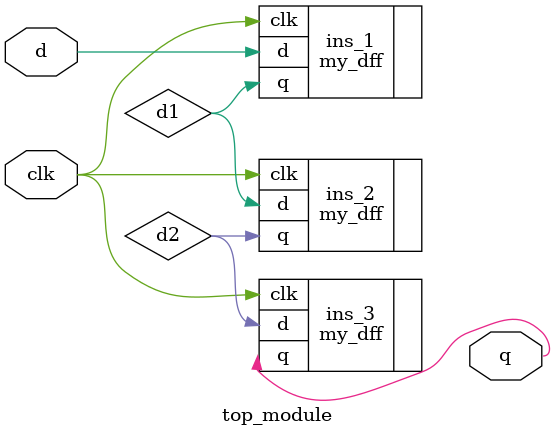
<source format=v>
module top_module ( input clk, input d, output q );
    
    wire d1,d2;
    
    my_dff ins_1(.clk(clk), .d(d), .q(d1));
    my_dff ins_2(.clk(clk), .d(d1) , .q(d2));
    my_dff ins_3(.clk(clk), .d(d2), .q(q));
endmodule

</source>
